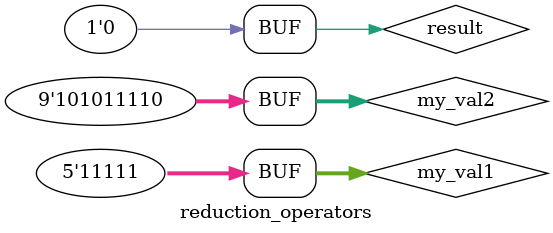
<source format=v>

module reduction_operators();
  
  reg [4:0] my_val1 = 5'b1_1111; // 5bit variable
  reg [8:0] my_val2 = 9'b1_0101_1110;
  reg result;
  
    // Procedure used to continuously monitor 'my_val1', 'my_val2', and 'result'
	initial begin
      $monitor("MON my_val1=%b, my_val2=%b, result=%b", my_val1, my_val2, result);
	end
  		
	// Procedure used to generate stimulus
	initial begin
        result = &my_val1;   // AND reduction
        #1;                  // wait some time between examples
        result = &my_val2; 

        #1; 
        result = ~&my_val2;  // NAND reduction
        #1;                
        result = ~&my_val1;

        #1; 
        result = |my_val2;   // OR reduction

        #1; 
        result = ~|my_val2;  // NOR reduction
      
        #1; 
        result = ^my_val1;   // XOR reduction
      
        #1; 
        result = ~^my_val1;  // XNOR reduction
      
        // Change the values of my_val1/2 and perform some bit reduction operations
        // Ex: my_val1 = 5'b1_0010
        //     result = ~& my_val1
	end
  
endmodule


</source>
